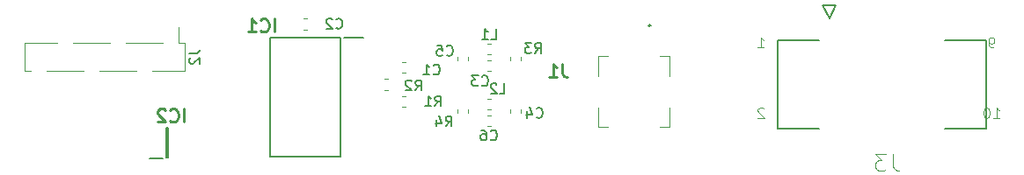
<source format=gbr>
G04 #@! TF.GenerationSoftware,KiCad,Pcbnew,(5.1.4)-1*
G04 #@! TF.CreationDate,2020-01-28T11:55:59-05:00*
G04 #@! TF.ProjectId,PDC1920,50444331-3932-4302-9e6b-696361645f70,rev?*
G04 #@! TF.SameCoordinates,Original*
G04 #@! TF.FileFunction,Legend,Bot*
G04 #@! TF.FilePolarity,Positive*
%FSLAX46Y46*%
G04 Gerber Fmt 4.6, Leading zero omitted, Abs format (unit mm)*
G04 Created by KiCad (PCBNEW (5.1.4)-1) date 2020-01-28 11:55:59*
%MOMM*%
%LPD*%
G04 APERTURE LIST*
%ADD10C,0.120000*%
%ADD11C,0.152400*%
%ADD12C,0.200000*%
%ADD13C,0.100000*%
%ADD14C,0.150000*%
%ADD15C,0.015000*%
%ADD16C,0.254000*%
G04 APERTURE END LIST*
D10*
X101344000Y-96603667D02*
X101344000Y-96261133D01*
X102364000Y-96603667D02*
X102364000Y-96261133D01*
X106424000Y-91521067D02*
X106424000Y-91178533D01*
X107444000Y-91521067D02*
X107444000Y-91178533D01*
X104579267Y-96242600D02*
X104236733Y-96242600D01*
X104579267Y-95222600D02*
X104236733Y-95222600D01*
X104579267Y-90934000D02*
X104236733Y-90934000D01*
X104579267Y-89914000D02*
X104236733Y-89914000D01*
X104236733Y-96835500D02*
X104579267Y-96835500D01*
X104236733Y-97855500D02*
X104579267Y-97855500D01*
X102364000Y-91178533D02*
X102364000Y-91521067D01*
X101344000Y-91178533D02*
X101344000Y-91521067D01*
X107444000Y-96261133D02*
X107444000Y-96603667D01*
X106424000Y-96261133D02*
X106424000Y-96603667D01*
X104579267Y-92534200D02*
X104236733Y-92534200D01*
X104579267Y-91514200D02*
X104236733Y-91514200D01*
X65407000Y-92516000D02*
X61847000Y-92516000D01*
X70487000Y-92516000D02*
X66927000Y-92516000D01*
X60327000Y-92516000D02*
X59757000Y-92516000D01*
X75117000Y-89856000D02*
X74547000Y-89856000D01*
X74547000Y-89856000D02*
X74547000Y-88336000D01*
X75117000Y-92516000D02*
X72007000Y-92516000D01*
X62867000Y-89856000D02*
X59757000Y-89856000D01*
X67947000Y-89856000D02*
X64387000Y-89856000D01*
X73027000Y-89856000D02*
X69467000Y-89856000D01*
X59757000Y-92516000D02*
X59757000Y-89856000D01*
X75117000Y-92516000D02*
X75117000Y-89856000D01*
D11*
X136169400Y-98171000D02*
X132232400Y-98171000D01*
X152247600Y-98171000D02*
X148310600Y-98171000D01*
X152247600Y-89585800D02*
X152247600Y-98171000D01*
X132232400Y-89585800D02*
X136169400Y-89585800D01*
X132232400Y-98171000D02*
X132232400Y-89585800D01*
X136525000Y-86156800D02*
X137160000Y-87426800D01*
X137795000Y-86156800D02*
X136525000Y-86156800D01*
X137160000Y-87426800D02*
X137795000Y-86156800D01*
X148310600Y-89585800D02*
X152247600Y-89585800D01*
D12*
X90107980Y-89284500D02*
X83307980Y-89284500D01*
X83307980Y-89284500D02*
X83307980Y-100834500D01*
X83307980Y-100834500D02*
X90107980Y-100834500D01*
X90107980Y-100834500D02*
X90107980Y-89284500D01*
X92307980Y-89304500D02*
X90457980Y-89304500D01*
X73365000Y-100962000D02*
X73515000Y-100962000D01*
X73515000Y-100962000D02*
X73515000Y-98042000D01*
X73515000Y-98042000D02*
X73365000Y-98042000D01*
X73365000Y-98042000D02*
X73365000Y-100962000D01*
X71765000Y-101002000D02*
X73015000Y-101002000D01*
D10*
X94330733Y-93343000D02*
X94673267Y-93343000D01*
X94330733Y-94363000D02*
X94673267Y-94363000D01*
X96080733Y-96014000D02*
X96423267Y-96014000D01*
X96080733Y-94994000D02*
X96423267Y-94994000D01*
D13*
X115865400Y-97995200D02*
X114935400Y-97995200D01*
X114935400Y-97995200D02*
X114935400Y-96065200D01*
X114935400Y-93065200D02*
X114935400Y-91135200D01*
X114935400Y-91135200D02*
X115865400Y-91135200D01*
X120865400Y-91135200D02*
X121795400Y-91135200D01*
X121795400Y-91135200D02*
X121795400Y-93065200D01*
X120865400Y-97995200D02*
X121795400Y-97995200D01*
X121795400Y-97995200D02*
X121795400Y-96065200D01*
D12*
X119765400Y-88165200D02*
X119765400Y-88165200D01*
X119965400Y-88165200D02*
X119965400Y-88165200D01*
X119965400Y-88165200D02*
G75*
G03X119765400Y-88165200I-100000J0D01*
G01*
X119765400Y-88165200D02*
G75*
G03X119965400Y-88165200I100000J0D01*
G01*
D10*
X86583733Y-87501000D02*
X86926267Y-87501000D01*
X86583733Y-88521000D02*
X86926267Y-88521000D01*
X96080733Y-91692000D02*
X96423267Y-91692000D01*
X96080733Y-92712000D02*
X96423267Y-92712000D01*
D14*
X100242666Y-97914780D02*
X100576000Y-97438590D01*
X100814095Y-97914780D02*
X100814095Y-96914780D01*
X100433142Y-96914780D01*
X100337904Y-96962400D01*
X100290285Y-97010019D01*
X100242666Y-97105257D01*
X100242666Y-97248114D01*
X100290285Y-97343352D01*
X100337904Y-97390971D01*
X100433142Y-97438590D01*
X100814095Y-97438590D01*
X99385523Y-97248114D02*
X99385523Y-97914780D01*
X99623619Y-96867161D02*
X99861714Y-97581447D01*
X99242666Y-97581447D01*
X108827866Y-90850980D02*
X109161200Y-90374790D01*
X109399295Y-90850980D02*
X109399295Y-89850980D01*
X109018342Y-89850980D01*
X108923104Y-89898600D01*
X108875485Y-89946219D01*
X108827866Y-90041457D01*
X108827866Y-90184314D01*
X108875485Y-90279552D01*
X108923104Y-90327171D01*
X109018342Y-90374790D01*
X109399295Y-90374790D01*
X108494533Y-89850980D02*
X107875485Y-89850980D01*
X108208819Y-90231933D01*
X108065961Y-90231933D01*
X107970723Y-90279552D01*
X107923104Y-90327171D01*
X107875485Y-90422409D01*
X107875485Y-90660504D01*
X107923104Y-90755742D01*
X107970723Y-90803361D01*
X108065961Y-90850980D01*
X108351676Y-90850980D01*
X108446914Y-90803361D01*
X108494533Y-90755742D01*
X105424266Y-94762580D02*
X105900457Y-94762580D01*
X105900457Y-93762580D01*
X105138552Y-93857819D02*
X105090933Y-93810200D01*
X104995695Y-93762580D01*
X104757600Y-93762580D01*
X104662361Y-93810200D01*
X104614742Y-93857819D01*
X104567123Y-93953057D01*
X104567123Y-94048295D01*
X104614742Y-94191152D01*
X105186171Y-94762580D01*
X104567123Y-94762580D01*
X104586066Y-89453980D02*
X105062257Y-89453980D01*
X105062257Y-88453980D01*
X103728923Y-89453980D02*
X104300352Y-89453980D01*
X104014638Y-89453980D02*
X104014638Y-88453980D01*
X104109876Y-88596838D01*
X104205114Y-88692076D01*
X104300352Y-88739695D01*
X104560666Y-99163142D02*
X104608285Y-99210761D01*
X104751142Y-99258380D01*
X104846380Y-99258380D01*
X104989238Y-99210761D01*
X105084476Y-99115523D01*
X105132095Y-99020285D01*
X105179714Y-98829809D01*
X105179714Y-98686952D01*
X105132095Y-98496476D01*
X105084476Y-98401238D01*
X104989238Y-98306000D01*
X104846380Y-98258380D01*
X104751142Y-98258380D01*
X104608285Y-98306000D01*
X104560666Y-98353619D01*
X103703523Y-98258380D02*
X103894000Y-98258380D01*
X103989238Y-98306000D01*
X104036857Y-98353619D01*
X104132095Y-98496476D01*
X104179714Y-98686952D01*
X104179714Y-99067904D01*
X104132095Y-99163142D01*
X104084476Y-99210761D01*
X103989238Y-99258380D01*
X103798761Y-99258380D01*
X103703523Y-99210761D01*
X103655904Y-99163142D01*
X103608285Y-99067904D01*
X103608285Y-98829809D01*
X103655904Y-98734571D01*
X103703523Y-98686952D01*
X103798761Y-98639333D01*
X103989238Y-98639333D01*
X104084476Y-98686952D01*
X104132095Y-98734571D01*
X104179714Y-98829809D01*
X100318866Y-90984342D02*
X100366485Y-91031961D01*
X100509342Y-91079580D01*
X100604580Y-91079580D01*
X100747438Y-91031961D01*
X100842676Y-90936723D01*
X100890295Y-90841485D01*
X100937914Y-90651009D01*
X100937914Y-90508152D01*
X100890295Y-90317676D01*
X100842676Y-90222438D01*
X100747438Y-90127200D01*
X100604580Y-90079580D01*
X100509342Y-90079580D01*
X100366485Y-90127200D01*
X100318866Y-90174819D01*
X99414104Y-90079580D02*
X99890295Y-90079580D01*
X99937914Y-90555771D01*
X99890295Y-90508152D01*
X99795057Y-90460533D01*
X99556961Y-90460533D01*
X99461723Y-90508152D01*
X99414104Y-90555771D01*
X99366485Y-90651009D01*
X99366485Y-90889104D01*
X99414104Y-90984342D01*
X99461723Y-91031961D01*
X99556961Y-91079580D01*
X99795057Y-91079580D01*
X99890295Y-91031961D01*
X99937914Y-90984342D01*
X108954866Y-97004142D02*
X109002485Y-97051761D01*
X109145342Y-97099380D01*
X109240580Y-97099380D01*
X109383438Y-97051761D01*
X109478676Y-96956523D01*
X109526295Y-96861285D01*
X109573914Y-96670809D01*
X109573914Y-96527952D01*
X109526295Y-96337476D01*
X109478676Y-96242238D01*
X109383438Y-96147000D01*
X109240580Y-96099380D01*
X109145342Y-96099380D01*
X109002485Y-96147000D01*
X108954866Y-96194619D01*
X108097723Y-96432714D02*
X108097723Y-97099380D01*
X108335819Y-96051761D02*
X108573914Y-96766047D01*
X107954866Y-96766047D01*
X103722466Y-93905342D02*
X103770085Y-93952961D01*
X103912942Y-94000580D01*
X104008180Y-94000580D01*
X104151038Y-93952961D01*
X104246276Y-93857723D01*
X104293895Y-93762485D01*
X104341514Y-93572009D01*
X104341514Y-93429152D01*
X104293895Y-93238676D01*
X104246276Y-93143438D01*
X104151038Y-93048200D01*
X104008180Y-93000580D01*
X103912942Y-93000580D01*
X103770085Y-93048200D01*
X103722466Y-93095819D01*
X103389133Y-93000580D02*
X102770085Y-93000580D01*
X103103419Y-93381533D01*
X102960561Y-93381533D01*
X102865323Y-93429152D01*
X102817704Y-93476771D01*
X102770085Y-93572009D01*
X102770085Y-93810104D01*
X102817704Y-93905342D01*
X102865323Y-93952961D01*
X102960561Y-94000580D01*
X103246276Y-94000580D01*
X103341514Y-93952961D01*
X103389133Y-93905342D01*
X75569380Y-90852666D02*
X76283666Y-90852666D01*
X76426523Y-90805047D01*
X76521761Y-90709809D01*
X76569380Y-90566952D01*
X76569380Y-90471714D01*
X75664619Y-91281238D02*
X75617000Y-91328857D01*
X75569380Y-91424095D01*
X75569380Y-91662190D01*
X75617000Y-91757428D01*
X75664619Y-91805047D01*
X75759857Y-91852666D01*
X75855095Y-91852666D01*
X75997952Y-91805047D01*
X76569380Y-91233619D01*
X76569380Y-91852666D01*
D15*
X143271159Y-100561727D02*
X143271159Y-101735304D01*
X143349397Y-101970020D01*
X143505874Y-102126497D01*
X143740590Y-102204735D01*
X143897067Y-102204735D01*
X142645251Y-100561727D02*
X141628151Y-100561727D01*
X142175820Y-101187635D01*
X141941105Y-101187635D01*
X141784628Y-101265873D01*
X141706389Y-101344112D01*
X141628151Y-101500589D01*
X141628151Y-101891781D01*
X141706389Y-102048258D01*
X141784628Y-102126497D01*
X141941105Y-102204735D01*
X142410536Y-102204735D01*
X142567013Y-102126497D01*
X142645251Y-102048258D01*
X152956054Y-90288834D02*
X152765400Y-90288834D01*
X152670072Y-90241171D01*
X152622409Y-90193507D01*
X152527081Y-90050516D01*
X152479418Y-89859861D01*
X152479418Y-89478552D01*
X152527081Y-89383225D01*
X152574745Y-89335561D01*
X152670072Y-89287897D01*
X152860727Y-89287897D01*
X152956054Y-89335561D01*
X153003718Y-89383225D01*
X153051382Y-89478552D01*
X153051382Y-89716870D01*
X153003718Y-89812198D01*
X152956054Y-89859861D01*
X152860727Y-89907525D01*
X152670072Y-89907525D01*
X152574745Y-89859861D01*
X152527081Y-89812198D01*
X152479418Y-89716870D01*
X152961550Y-97104022D02*
X153533802Y-97104022D01*
X153247676Y-97104022D02*
X153247676Y-96102581D01*
X153343052Y-96245644D01*
X153438427Y-96341020D01*
X153533802Y-96388707D01*
X152341611Y-96102581D02*
X152246235Y-96102581D01*
X152150860Y-96150269D01*
X152103172Y-96197957D01*
X152055485Y-96293332D01*
X152007797Y-96484083D01*
X152007797Y-96722521D01*
X152055485Y-96913272D01*
X152103172Y-97008647D01*
X152150860Y-97056335D01*
X152246235Y-97104022D01*
X152341611Y-97104022D01*
X152436986Y-97056335D01*
X152484674Y-97008647D01*
X152532361Y-96913272D01*
X152580049Y-96722521D01*
X152580049Y-96484083D01*
X152532361Y-96293332D01*
X152484674Y-96197957D01*
X152436986Y-96150269D01*
X152341611Y-96102581D01*
X130272941Y-90285343D02*
X130845458Y-90285343D01*
X130559200Y-90285343D02*
X130559200Y-89283437D01*
X130654619Y-89426566D01*
X130750039Y-89521986D01*
X130845458Y-89569696D01*
X130862235Y-96195606D02*
X130814596Y-96147967D01*
X130719317Y-96100328D01*
X130481121Y-96100328D01*
X130385842Y-96147967D01*
X130338203Y-96195606D01*
X130290564Y-96290885D01*
X130290564Y-96386163D01*
X130338203Y-96529081D01*
X130909875Y-97100753D01*
X130290564Y-97100753D01*
D16*
X83764361Y-88763323D02*
X83764361Y-87493323D01*
X82433885Y-88642371D02*
X82494361Y-88702847D01*
X82675790Y-88763323D01*
X82796742Y-88763323D01*
X82978171Y-88702847D01*
X83099123Y-88581895D01*
X83159600Y-88460942D01*
X83220076Y-88219038D01*
X83220076Y-88037609D01*
X83159600Y-87795704D01*
X83099123Y-87674752D01*
X82978171Y-87553800D01*
X82796742Y-87493323D01*
X82675790Y-87493323D01*
X82494361Y-87553800D01*
X82433885Y-87614276D01*
X81224361Y-88763323D02*
X81950076Y-88763323D01*
X81587219Y-88763323D02*
X81587219Y-87493323D01*
X81708171Y-87674752D01*
X81829123Y-87795704D01*
X81950076Y-87856180D01*
X75052161Y-97475523D02*
X75052161Y-96205523D01*
X73721685Y-97354571D02*
X73782161Y-97415047D01*
X73963590Y-97475523D01*
X74084542Y-97475523D01*
X74265971Y-97415047D01*
X74386923Y-97294095D01*
X74447400Y-97173142D01*
X74507876Y-96931238D01*
X74507876Y-96749809D01*
X74447400Y-96507904D01*
X74386923Y-96386952D01*
X74265971Y-96266000D01*
X74084542Y-96205523D01*
X73963590Y-96205523D01*
X73782161Y-96266000D01*
X73721685Y-96326476D01*
X73237876Y-96326476D02*
X73177400Y-96266000D01*
X73056447Y-96205523D01*
X72754066Y-96205523D01*
X72633114Y-96266000D01*
X72572638Y-96326476D01*
X72512161Y-96447428D01*
X72512161Y-96568380D01*
X72572638Y-96749809D01*
X73298352Y-97475523D01*
X72512161Y-97475523D01*
D14*
X97321666Y-94432380D02*
X97655000Y-93956190D01*
X97893095Y-94432380D02*
X97893095Y-93432380D01*
X97512142Y-93432380D01*
X97416904Y-93480000D01*
X97369285Y-93527619D01*
X97321666Y-93622857D01*
X97321666Y-93765714D01*
X97369285Y-93860952D01*
X97416904Y-93908571D01*
X97512142Y-93956190D01*
X97893095Y-93956190D01*
X96940714Y-93527619D02*
X96893095Y-93480000D01*
X96797857Y-93432380D01*
X96559761Y-93432380D01*
X96464523Y-93480000D01*
X96416904Y-93527619D01*
X96369285Y-93622857D01*
X96369285Y-93718095D01*
X96416904Y-93860952D01*
X96988333Y-94432380D01*
X96369285Y-94432380D01*
X99212666Y-95956380D02*
X99546000Y-95480190D01*
X99784095Y-95956380D02*
X99784095Y-94956380D01*
X99403142Y-94956380D01*
X99307904Y-95004000D01*
X99260285Y-95051619D01*
X99212666Y-95146857D01*
X99212666Y-95289714D01*
X99260285Y-95384952D01*
X99307904Y-95432571D01*
X99403142Y-95480190D01*
X99784095Y-95480190D01*
X98260285Y-95956380D02*
X98831714Y-95956380D01*
X98546000Y-95956380D02*
X98546000Y-94956380D01*
X98641238Y-95099238D01*
X98736476Y-95194476D01*
X98831714Y-95242095D01*
D16*
X111477733Y-91837723D02*
X111477733Y-92744866D01*
X111538209Y-92926295D01*
X111659161Y-93047247D01*
X111840590Y-93107723D01*
X111961542Y-93107723D01*
X110207733Y-93107723D02*
X110933447Y-93107723D01*
X110570590Y-93107723D02*
X110570590Y-91837723D01*
X110691542Y-92019152D01*
X110812495Y-92140104D01*
X110933447Y-92200580D01*
D14*
X89701666Y-88368142D02*
X89749285Y-88415761D01*
X89892142Y-88463380D01*
X89987380Y-88463380D01*
X90130238Y-88415761D01*
X90225476Y-88320523D01*
X90273095Y-88225285D01*
X90320714Y-88034809D01*
X90320714Y-87891952D01*
X90273095Y-87701476D01*
X90225476Y-87606238D01*
X90130238Y-87511000D01*
X89987380Y-87463380D01*
X89892142Y-87463380D01*
X89749285Y-87511000D01*
X89701666Y-87558619D01*
X89320714Y-87558619D02*
X89273095Y-87511000D01*
X89177857Y-87463380D01*
X88939761Y-87463380D01*
X88844523Y-87511000D01*
X88796904Y-87558619D01*
X88749285Y-87653857D01*
X88749285Y-87749095D01*
X88796904Y-87891952D01*
X89368333Y-88463380D01*
X88749285Y-88463380D01*
X99048866Y-92813142D02*
X99096485Y-92860761D01*
X99239342Y-92908380D01*
X99334580Y-92908380D01*
X99477438Y-92860761D01*
X99572676Y-92765523D01*
X99620295Y-92670285D01*
X99667914Y-92479809D01*
X99667914Y-92336952D01*
X99620295Y-92146476D01*
X99572676Y-92051238D01*
X99477438Y-91956000D01*
X99334580Y-91908380D01*
X99239342Y-91908380D01*
X99096485Y-91956000D01*
X99048866Y-92003619D01*
X98096485Y-92908380D02*
X98667914Y-92908380D01*
X98382200Y-92908380D02*
X98382200Y-91908380D01*
X98477438Y-92051238D01*
X98572676Y-92146476D01*
X98667914Y-92194095D01*
M02*

</source>
